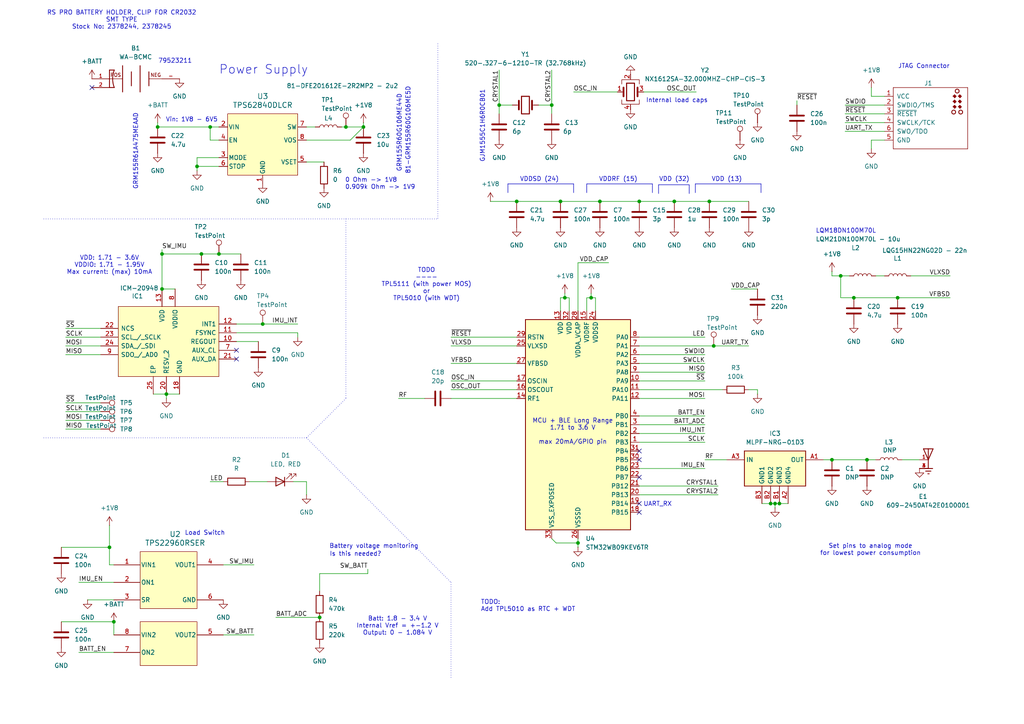
<source format=kicad_sch>
(kicad_sch (version 20231120) (generator "eeschema") (generator_version "8.0")
  (paper "A4")
  (title_block (title "Plant Sensor V2") (date "2025-01-15") (rev "v1") (company "Dramco - KU Leuven"))
  (junction (at 46.99 73.66))
  (junction (at 144.78 30.48))
  (junction (at 247.65 86.36))
  (junction (at 31.75 158.75))
  (junction (at 207.01 100.33))
  (junction (at 57.15 48.26))
  (junction (at 223.52 146.05))
  (junction (at 173.99 58.42))
  (junction (at 149.86 58.42))
  (junction (at 224.79 146.05))
  (junction (at 167.64 157.48))
  (junction (at 171.45 86.36))
  (junction (at 251.46 133.35))
  (junction (at 60.96 36.83))
  (junction (at 160.02 30.48))
  (junction (at 46.99 83.82))
  (junction (at 92.71 179.07))
  (junction (at 243.84 80.01))
  (junction (at 241.3 133.35))
  (junction (at 185.42 58.42))
  (junction (at 226.06 146.05))
  (junction (at 33.02 180.34))
  (junction (at 205.74 58.42))
  (junction (at 260.35 86.36))
  (junction (at 63.5 73.66))
  (junction (at 163.83 86.36))
  (junction (at 195.58 58.42))
  (junction (at 76.2 93.98))
  (junction (at 45.72 36.83))
  (junction (at 162.56 58.42))
  (junction (at 105.41 36.83))
  (junction (at 58.42 73.66))
  (junction (at 48.26 114.3))
  (junction (at 100.33 36.83))
  (no_connect (at 26.67 25.4))
  (no_connect (at 185.42 138.43))
  (no_connect (at 185.42 146.05))
  (no_connect (at 185.42 130.81))
  (no_connect (at 68.58 104.14))
  (no_connect (at 68.58 101.6))
  (no_connect (at 185.42 148.59))
  (no_connect (at 185.42 133.35))
  (wire (pts (xy 204.47 133.35) (xy 210.82 133.35)))
  (wire (pts (xy 204.47 107.95) (xy 185.42 107.95)))
  (wire (pts (xy 238.76 133.35) (xy 241.3 133.35)))
  (wire (pts (xy 185.42 100.33) (xy 207.01 100.33)))
  (wire (pts (xy 165.1 86.36) (xy 165.1 90.17)))
  (wire (pts (xy 76.2 93.98) (xy 86.36 93.98)))
  (wire (pts (xy 245.11 35.56) (xy 256.54 35.56)))
  (wire (pts (xy 252.73 40.64) (xy 256.54 40.64)))
  (wire (pts (xy 19.05 97.79) (xy 29.21 97.79)))
  (wire (pts (xy 224.79 146.05) (xy 224.79 147.32)))
  (wire (pts (xy 167.64 157.48) (xy 167.64 156.21)))
  (wire (pts (xy 185.42 58.42) (xy 195.58 58.42)))
  (wire (pts (xy 48.26 114.3) (xy 44.45 114.3)))
  (wire (pts (xy 195.58 58.42) (xy 205.74 58.42)))
  (wire (pts (xy 160.02 156.21) (xy 161.29 157.48)))
  (wire (pts (xy 31.75 152.4) (xy 31.75 158.75)))
  (polyline (pts (xy 100.33 115.57) (xy 88.9 127)) (stroke (width 0) (type dot)))
  (wire (pts (xy 149.86 58.42) (xy 162.56 58.42)))
  (wire (pts (xy 60.96 36.83) (xy 63.5 36.83)))
  (wire (pts (xy 254 80.01) (xy 256.54 80.01)))
  (wire (pts (xy 88.9 40.64) (xy 101.6 40.64)))
  (polyline (pts (xy 147.32 53.34) (xy 166.37 53.34)))
  (wire (pts (xy 226.06 146.05) (xy 228.6 146.05)))
  (wire (pts (xy 172.72 86.36) (xy 172.72 90.17)))
  (wire (pts (xy 86.36 96.52) (xy 86.36 97.79)))
  (wire (pts (xy 245.11 33.02) (xy 256.54 33.02)))
  (wire (pts (xy 185.42 140.97) (xy 208.28 140.97)))
  (wire (pts (xy 185.42 97.79) (xy 204.47 97.79)))
  (wire (pts (xy 241.3 80.01) (xy 243.84 80.01)))
  (wire (pts (xy 99.06 36.83) (xy 100.33 36.83)))
  (wire (pts (xy 171.45 86.36) (xy 171.45 85.09)))
  (wire (pts (xy 19.05 124.46) (xy 29.21 124.46)))
  (wire (pts (xy 46.99 83.82) (xy 46.99 73.66)))
  (wire (pts (xy 46.99 72.39) (xy 46.99 73.66)))
  (wire (pts (xy 243.84 86.36) (xy 247.65 86.36)))
  (wire (pts (xy 88.9 46.99) (xy 93.98 46.99)))
  (wire (pts (xy 247.65 86.36) (xy 260.35 86.36)))
  (polyline (pts (xy 199.898 53.594) (xy 199.898 56.134)))
  (polyline (pts (xy 170.18 53.34) (xy 189.23 53.34)))
  (wire (pts (xy 163.83 85.09) (xy 163.83 86.36)))
  (wire (pts (xy 163.83 86.36) (xy 162.56 86.36)))
  (wire (pts (xy 80.01 179.07) (xy 92.71 179.07)))
  (wire (pts (xy 63.5 40.64) (xy 60.96 40.64)))
  (wire (pts (xy 68.58 93.98) (xy 76.2 93.98)))
  (wire (pts (xy 106.68 166.37) (xy 92.71 166.37)))
  (polyline (pts (xy 88.9 127) (xy 130.81 168.91)) (stroke (width 0) (type dot)))
  (wire (pts (xy 171.45 86.36) (xy 172.72 86.36)))
  (wire (pts (xy 231.14 30.48) (xy 231.14 29.21)))
  (wire (pts (xy 19.05 100.33) (xy 29.21 100.33)))
  (wire (pts (xy 260.35 86.36) (xy 275.59 86.36)))
  (polyline (pts (xy 166.37 53.34) (xy 166.37 55.88)))
  (wire (pts (xy 33.02 180.34) (xy 33.02 184.15)))
  (wire (pts (xy 60.96 36.83) (xy 60.96 40.64)))
  (wire (pts (xy 205.74 58.42) (xy 217.17 58.42)))
  (wire (pts (xy 60.96 139.7) (xy 64.77 139.7)))
  (wire (pts (xy 204.47 110.49) (xy 185.42 110.49)))
  (wire (pts (xy 185.42 143.51) (xy 208.28 143.51)))
  (wire (pts (xy 163.83 86.36) (xy 165.1 86.36)))
  (wire (pts (xy 57.15 48.26) (xy 57.15 45.72)))
  (polyline (pts (xy 100.33 63.5) (xy 100.33 115.57)) (stroke (width 0) (type dot)))
  (polyline (pts (xy 191.008 53.594) (xy 199.898 53.594)))
  (wire (pts (xy 105.41 35.56) (xy 105.41 36.83)))
  (wire (pts (xy 166.37 26.67) (xy 179.07 26.67)))
  (wire (pts (xy 19.05 121.92) (xy 29.21 121.92)))
  (wire (pts (xy 162.56 86.36) (xy 162.56 90.17)))
  (wire (pts (xy 148.59 30.48) (xy 144.78 30.48)))
  (wire (pts (xy 57.15 48.26) (xy 63.5 48.26)))
  (wire (pts (xy 88.9 36.83) (xy 91.44 36.83)))
  (wire (pts (xy 57.15 49.53) (xy 57.15 48.26)))
  (wire (pts (xy 68.58 96.52) (xy 86.36 96.52)))
  (wire (pts (xy 160.02 20.32) (xy 160.02 30.48)))
  (wire (pts (xy 204.47 128.27) (xy 185.42 128.27)))
  (wire (pts (xy 19.05 95.25) (xy 29.21 95.25)))
  (wire (pts (xy 149.86 110.49) (xy 130.81 110.49)))
  (wire (pts (xy 209.55 113.03) (xy 185.42 113.03)))
  (wire (pts (xy 207.01 100.33) (xy 217.17 100.33)))
  (wire (pts (xy 130.81 97.79) (xy 149.86 97.79)))
  (polyline (pts (xy 201.676 53.34) (xy 201.676 55.88)))
  (wire (pts (xy 19.05 116.84) (xy 29.21 116.84)))
  (wire (pts (xy 31.75 158.75) (xy 31.75 163.83)))
  (polyline (pts (xy 147.32 53.34) (xy 147.32 55.88)))
  (wire (pts (xy 46.99 83.82) (xy 50.8 83.82)))
  (wire (pts (xy 160.02 30.48) (xy 160.02 33.02)))
  (wire (pts (xy 58.42 73.66) (xy 63.5 73.66)))
  (wire (pts (xy 266.7 133.35) (xy 261.62 133.35)))
  (wire (pts (xy 130.81 115.57) (xy 149.86 115.57)))
  (wire (pts (xy 72.39 139.7) (xy 77.47 139.7)))
  (wire (pts (xy 256.54 27.94) (xy 252.73 27.94)))
  (wire (pts (xy 142.24 58.42) (xy 149.86 58.42)))
  (wire (pts (xy 19.05 119.38) (xy 29.21 119.38)))
  (wire (pts (xy 100.33 36.83) (xy 105.41 36.83)))
  (wire (pts (xy 264.16 80.01) (xy 275.59 80.01)))
  (polyline (pts (xy 12.7 63.5) (xy 127 63.5)) (stroke (width 0) (type dot)))
  (wire (pts (xy 185.42 135.89) (xy 204.47 135.89)))
  (wire (pts (xy 63.5 73.66) (xy 69.85 73.66)))
  (wire (pts (xy 219.71 113.03) (xy 217.17 113.03)))
  (wire (pts (xy 170.18 90.17) (xy 170.18 86.36)))
  (wire (pts (xy 130.81 100.33) (xy 149.86 100.33)))
  (wire (pts (xy 31.75 163.83) (xy 33.02 163.83)))
  (wire (pts (xy 245.11 30.48) (xy 256.54 30.48)))
  (wire (pts (xy 220.98 146.05) (xy 223.52 146.05)))
  (wire (pts (xy 17.78 180.34) (xy 33.02 180.34)))
  (wire (pts (xy 185.42 105.41) (xy 204.47 105.41)))
  (wire (pts (xy 115.57 115.57) (xy 123.19 115.57)))
  (wire (pts (xy 185.42 115.57) (xy 204.47 115.57)))
  (wire (pts (xy 85.09 139.7) (xy 88.9 139.7)))
  (wire (pts (xy 173.99 58.42) (xy 185.42 58.42)))
  (wire (pts (xy 245.11 38.1) (xy 256.54 38.1)))
  (wire (pts (xy 185.42 120.65) (xy 204.47 120.65)))
  (wire (pts (xy 130.81 113.03) (xy 149.86 113.03)))
  (wire (pts (xy 185.42 102.87) (xy 204.47 102.87)))
  (wire (pts (xy 45.72 36.83) (xy 60.96 36.83)))
  (wire (pts (xy 25.4 173.99) (xy 33.02 173.99)))
  (wire (pts (xy 251.46 133.35) (xy 254 133.35)))
  (wire (pts (xy 46.99 73.66) (xy 58.42 73.66)))
  (polyline (pts (xy 201.676 53.34) (xy 220.726 53.34)))
  (wire (pts (xy 88.9 139.7) (xy 88.9 143.51)))
  (wire (pts (xy 45.72 35.56) (xy 45.72 36.83)))
  (wire (pts (xy 74.93 99.06) (xy 68.58 99.06)))
  (wire (pts (xy 219.71 114.3) (xy 219.71 113.03)))
  (wire (pts (xy 106.68 165.1) (xy 106.68 166.37)))
  (wire (pts (xy 22.86 168.91) (xy 33.02 168.91)))
  (wire (pts (xy 101.6 40.64) (xy 105.41 36.83)))
  (wire (pts (xy 144.78 30.48) (xy 144.78 33.02)))
  (wire (pts (xy 130.81 105.41) (xy 149.86 105.41)))
  (wire (pts (xy 243.84 80.01) (xy 243.84 86.36)))
  (wire (pts (xy 176.53 76.2) (xy 167.64 76.2)))
  (polyline (pts (xy 127 12.7) (xy 127 63.5)) (stroke (width 0) (type dot)))
  (polyline (pts (xy 170.18 53.34) (xy 170.18 55.88)))
  (wire (pts (xy 144.78 20.32) (xy 144.78 30.48)))
  (wire (pts (xy 252.73 43.18) (xy 252.73 40.64)))
  (wire (pts (xy 57.15 45.72) (xy 63.5 45.72)))
  (wire (pts (xy 224.79 146.05) (xy 226.06 146.05)))
  (wire (pts (xy 64.77 184.15) (xy 73.66 184.15)))
  (wire (pts (xy 48.26 115.57) (xy 48.26 114.3)))
  (polyline (pts (xy 220.726 53.34) (xy 220.726 55.88)))
  (wire (pts (xy 17.78 158.75) (xy 31.75 158.75)))
  (wire (pts (xy 212.09 83.82) (xy 219.71 83.82)))
  (polyline (pts (xy 12.7 127) (xy 88.9 127)) (stroke (width 0) (type dot)))
  (wire (pts (xy 167.64 76.2) (xy 167.64 90.17)))
  (wire (pts (xy 22.86 189.23) (xy 33.02 189.23)))
  (wire (pts (xy 171.45 86.36) (xy 170.18 86.36)))
  (polyline (pts (xy 191.008 53.594) (xy 191.008 56.134)))
  (wire (pts (xy 252.73 25.4) (xy 252.73 27.94)))
  (wire (pts (xy 243.84 80.01) (xy 246.38 80.01)))
  (polyline (pts (xy 189.23 53.34) (xy 189.23 55.88)))
  (wire (pts (xy 156.21 30.48) (xy 160.02 30.48)))
  (polyline (pts (xy 130.81 168.91) (xy 130.81 196.85)) (stroke (width 0) (type dot)))
  (wire (pts (xy 161.29 157.48) (xy 167.64 157.48)))
  (wire (pts (xy 241.3 133.35) (xy 251.46 133.35)))
  (wire (pts (xy 167.64 158.75) (xy 167.64 157.48)))
  (wire (pts (xy 19.05 102.87) (xy 29.21 102.87)))
  (wire (pts (xy 241.3 78.74) (xy 241.3 80.01)))
  (wire (pts (xy 185.42 125.73) (xy 204.47 125.73)))
  (wire (pts (xy 73.66 163.83) (xy 64.77 163.83)))
  (wire (pts (xy 186.69 26.67) (xy 201.93 26.67)))
  (wire (pts (xy 223.52 146.05) (xy 224.79 146.05)))
  (wire (pts (xy 92.71 166.37) (xy 92.71 171.45)))
  (wire (pts (xy 162.56 58.42) (xy 173.99 58.42)))
  (wire (pts (xy 185.42 123.19) (xy 204.47 123.19)))
  (wire (pts (xy 48.26 114.3) (xy 52.07 114.3)))
  (text "UART_RX" (at 190.754 146.304 0) (effects (font (size 1.27 1.27))))
  (text "MCU + BLE Long Range\n1.71 to 3.6 V\n\nmax 20mA/GPIO pin" (at 166.116 125.222 0) (effects (font (size 1.27 1.27))))
  (text "79523211" (at 50.8 17.78 0) (effects (font (size 1.27 1.27))))
  (text "Vin: 1V8 - 6V5" (at 55.626 34.798 0) (effects (font (size 1.27 1.27))))
  (text "Internal load caps" (at 196.342 29.21 0) (effects (font (size 1.27 1.27))))
  (text "GRM155R60G106ME44D" (at 115.824 38.608 90) (effects (font (size 1.27 1.27))))
  (text "Power Supply" (at 76.454 20.32 0) (effects (font (size 2.54 2.54))))
  (text "RS PRO BATTERY HOLDER, CLIP FOR CR2032\nSMT TYPE\nStock No: 2378244, 2378245" (at 35.306 5.842 0) (effects (font (size 1.27 1.27))))
  (text "GRM155R61A475MEAAD" (at 39.37 43.942 90) (effects (font (size 1.27 1.27))))
  (text "VDD (32)" (at 195.58 52.07 0) (effects (font (size 1.27 1.27))))
  (text "Battery voltage monitoring" (at 108.458 158.496 0) (effects (font (size 1.27 1.27))))
  (text "JTAG Connector" (at 267.97 19.304 0) (effects (font (size 1.27 1.27))))
  (text "Load Switch" (at 59.436 154.686 0) (effects (font (size 1.27 1.27))))
  (text "Is this needed?" (at 103.124 160.782 0) (effects (font (size 1.27 1.27))))
  (text "LQM18DN100M70L" (at 245.364 67.056 0) (effects (font (size 1.27 1.27))))
  (text "Set pins to analog mode\nfor lowest power consumption" (at 252.476 159.512 0) (effects (font (size 1.27 1.27))))
  (text "VDD: 1.71 - 3.6V\nVDDIO: 1.71 - 1.95V\nMax current: (max) 10mA" (at 31.75 76.962 0) (effects (font (size 1.27 1.27))))
  (text "VDD (13)" (at 210.82 52.07 0) (effects (font (size 1.27 1.27))))
  (text "Batt: 1.8 - 3.4 V\nInternal Vref = +-1.2 V\nOutput: 0 - 1.084 V" (at 115.316 181.61 0) (effects (font (size 1.27 1.27))))
  (text "0 Ohm -> 1V8\n0.909k Ohm -> 1V9" (at 100.076 53.34 0) (effects (font (size 1.27 1.27)) (justify left)))
  (text "VDDSD (24)" (at 156.464 52.07 0) (effects (font (size 1.27 1.27))))
  (text "TODO\n----\nTPL5111 (with power MOS)\nor\nTPL5010 (with WDT)" (at 123.698 82.55 0) (effects (font (size 1.27 1.27))))
  (text "TODO:\nAdd TPL5010 as RTC + WDT\n" (at 139.446 175.768 0) (effects (font (size 1.27 1.27)) (justify left)))
  (text "VDDRF (15)" (at 179.324 52.07 0) (effects (font (size 1.27 1.27))))
  (text "81-GRM155R60G106ME5D" (at 118.364 37.846 90) (effects (font (size 1.27 1.27))))
  (text "GJM1555C1H6R0CB01" (at 139.954 36.576 90) (effects (font (size 1.27 1.27))))
  (label "UART_TX" (at 245.11 38.1 0))
  (label "CRYSTAL1" (at 208.28 140.97 180))
  (label "BATT_EN" (at 22.86 189.23 0))
  (label "SW_IMU" (at 46.99 72.39 0))
  (label "SW_BATT" (at 106.68 165.1 180))
  (label "CRYSTAL2" (at 160.02 20.32 270))
  (label "~{RESET}" (at 130.81 97.79 0))
  (label "LED" (at 204.47 97.79 180))
  (label "OSC_OUT" (at 130.81 113.03 0))
  (label "IMU_INT" (at 86.36 93.98 180))
  (label "SWCLK" (at 204.47 105.41 180))
  (label "VDD_CAP" (at 176.53 76.2 180))
  (label "~{RESET}" (at 245.11 33.02 0))
  (label "MOSI" (at 19.05 121.92 0))
  (label "RF" (at 115.57 115.57 0))
  (label "SW_IMU" (at 73.66 163.83 180))
  (label "IMU_EN" (at 204.47 135.89 180))
  (label "SWDIO" (at 204.47 102.87 180))
  (label "UART_TX" (at 217.17 100.33 180))
  (label "BATT_ADC" (at 80.01 179.07 0))
  (label "~{RESET}" (at 231.14 29.21 0))
  (label "IMU_INT" (at 204.47 125.73 180))
  (label "SCLK" (at 19.05 97.79 0))
  (label "LED" (at 60.96 139.7 0))
  (label "SWDIO" (at 245.11 30.48 0))
  (label "SWCLK" (at 245.11 35.56 0))
  (label "~{SS}" (at 19.05 116.84 0))
  (label "OSC_OUT" (at 201.93 26.67 180))
  (label "VDD_CAP" (at 212.09 83.82 0))
  (label "MISO" (at 19.05 102.87 0))
  (label "BATT_ADC" (at 204.47 123.19 180))
  (label "BATT_EN" (at 204.47 120.65 180))
  (label "MISO" (at 19.05 124.46 0))
  (label "OSC_IN" (at 166.37 26.67 0))
  (label "~{SS}" (at 19.05 95.25 0))
  (label "VFBSD" (at 130.81 105.41 0))
  (label "IMU_EN" (at 22.86 168.91 0))
  (label "MISO" (at 204.47 107.95 180))
  (label "VLXSD" (at 130.81 100.33 0))
  (label "~{SS}" (at 204.47 110.49 180))
  (label "VFBSD" (at 275.59 86.36 180))
  (label "CRYSTAL2" (at 208.28 143.51 180))
  (label "SCLK" (at 19.05 119.38 0))
  (label "OSC_IN" (at 130.81 110.49 0))
  (label "SCLK" (at 204.47 128.27 180))
  (label "SW_BATT" (at 73.66 184.15 180))
  (label "CRYSTAL1" (at 144.78 20.32 270))
  (label "VLXSD" (at 275.59 80.01 180))
  (label "MOSI" (at 19.05 100.33 0))
  (label "MOSI" (at 204.47 115.57 180))
  (label "RF" (at 204.47 133.35 0))
  (symbol (lib_id "power:GND") (at 17.78 187.96 0) (unit 1)
    (property "Reference" "#PWR047" (effects (hide yes)))
    (property "Value" "GND" (at 17.78 193.04 0))
    (property "Description" "Power symbol creates a global label with name \"GND\" , ground" (effects (hide yes)))
  )
  (symbol (lib_id "power:GND") (at 195.58 66.04 0) (unit 1)
    (property "Reference" "#PWR056" (effects (hide yes)))
    (property "Value" "GND" (at 195.58 71.12 0))
    (property "Description" "Power symbol creates a global label with name \"GND\" , ground" (effects (hide yes)))
  )
  (symbol (lib_id "Device:C") (at 58.42 77.47 0) (unit 1)
    (property "Reference" "C10" (at 62.23 76.1999 0) (effects (justify left)))
    (property "Value" "100n" (at 62.23 78.7399 0) (effects (justify left)))
    (property "Footprint" "Capacitor_SMD:C_0402_1005Metric" (effects (hide yes)))
    (property "Description" "Unpolarized capacitor" (effects (hide yes)))
  )
  (symbol (lib_id "power:GND") (at 219.71 114.3 0) (unit 1)
    (property "Reference" "#PWR09" (effects (hide yes)))
    (property "Value" "GND" (at 219.71 119.38 0))
    (property "Description" "Power symbol creates a global label with name \"GND\" , ground" (effects (hide yes)))
  )
  (symbol (lib_id "Device:C") (at 173.99 62.23 0) (unit 1)
    (property "Reference" "C7" (at 177.8 60.9599 0) (effects (justify left)))
    (property "Value" "100n" (at 177.8 63.4999 0) (effects (justify left)))
    (property "Footprint" "Capacitor_SMD:C_0402_1005Metric" (effects (hide yes)))
    (property "Description" "Unpolarized capacitor" (effects (hide yes)))
  )
  (symbol (lib_id "Device:C") (at 74.93 102.87 0) (unit 1)
    (property "Reference" "C9" (at 78.74 101.5999 0) (effects (justify left)))
    (property "Value" "100n" (at 78.74 104.1399 0) (effects (justify left)))
    (property "Footprint" "Capacitor_SMD:C_0402_1005Metric" (effects (hide yes)))
    (property "Description" "Unpolarized capacitor" (effects (hide yes)))
  )
  (symbol (lib_id "Device:C") (at 69.85 77.47 0) (unit 1)
    (property "Reference" "C11" (at 73.66 76.1999 0) (effects (justify left)))
    (property "Value" "100n" (at 73.66 78.7399 0) (effects (justify left)))
    (property "Footprint" "Capacitor_SMD:C_0402_1005Metric" (effects (hide yes)))
    (property "Description" "Unpolarized capacitor" (effects (hide yes)))
  )
  (symbol (lib_id "Device:C") (at 149.86 62.23 0) (unit 1)
    (property "Reference" "C21" (at 153.67 60.9599 0) (effects (justify left)))
    (property "Value" "4.7u" (at 153.67 63.4999 0) (effects (justify left)))
    (property "Footprint" "Capacitor_SMD:C_0402_1005Metric" (effects (hide yes)))
    (property "Description" "Unpolarized capacitor" (effects (hide yes)))
  )
  (symbol (lib_id "Device:C") (at 205.74 62.23 0) (unit 1)
    (property "Reference" "C29" (at 209.55 60.9599 0) (effects (justify left)))
    (property "Value" "100n" (at 209.55 63.4999 0) (effects (justify left)))
    (property "Footprint" "Capacitor_SMD:C_0402_1005Metric" (effects (hide yes)))
    (property "Description" "Unpolarized capacitor" (effects (hide yes)))
  )
  (symbol (lib_id "2450AT42E0100E:2450AT42E0100E") (at 269.24 133.35 0) (unit 1)
    (property "Reference" "E1" (at 266.446 144.018 0) (effects (justify left)))
    (property "Value" "609-2450AT42E0100001" (at 257.048 146.558 0) (effects (justify left)))
    (property "Footprint" "Antenna:XDCR_2450AT42E0100E" (effects (hide yes)))
    (property "Datasheet" "https://www.mouser.be/datasheet/2/611/2450AT42E0100-1519638.pdf" (effects (hide yes)))
    (property "SnapEDA_Link" "https://www.snapeda.com/parts/2450AT42E0100E/Johanson/view-part/?ref=snap" (effects (hide yes)))
    (property "MAXIMUM_PACKAGE_HEIGHT" "1.7 mm" (effects (hide yes)))
    (property "Package" "FBGA-780 Johanson" (effects (hide yes)))
    (property "Check_prices" "https://www.snapeda.com/parts/2450AT42E0100E/Johanson/view-part/?ref=eda" (effects (hide yes)))
    (property "STANDARD" "Manufacturer Recommendation" (effects (hide yes)))
    (property "PARTREV" "1.3" (effects (hide yes)))
    (property "MF" "Johanson Technology" (effects (hide yes)))
    (property "MP" "2450AT42E0100E" (effects (hide yes)))
    (property "Description_1" "\n                        \n                            2.4GHz Bluetooth, WLAN, Zigbee™ Chip RF Antenna 2.4GHz ~ 2.48GHz -2dBi Solder Surface Mount\n                        \n" (effects (hide yes)))
    (property "MANUFACTURER" "Johanson Technology" (effects (hide yes)))
  )
  (symbol (lib_id "power:GND") (at 74.93 106.68 0) (unit 1)
    (property "Reference" "#PWR05" (effects (hide yes)))
    (property "Value" "GND" (at 74.93 111.76 0))
    (property "Description" "Power symbol creates a global label with name \"GND\" , ground" (effects (hide yes)))
  )
  (symbol (lib_id "Device:C") (at 195.58 62.23 0) (unit 1)
    (property "Reference" "C28" (at 199.39 60.9599 0) (effects (justify left)))
    (property "Value" "1u" (at 199.39 63.4999 0) (effects (justify left)))
    (property "Footprint" "Capacitor_SMD:C_0402_1005Metric" (effects (hide yes)))
    (property "Description" "Unpolarized capacitor" (effects (hide yes)))
  )
  (symbol (lib_id "Device:L") (at 260.35 80.01 90) (unit 1)
    (property "Reference" "L1" (at 260.35 74.93 90))
    (property "Value" "LQG15HN22NG02D - 22n" (at 268.224 72.644 90))
    (property "Footprint" "Inductor_SMD:L_0402_1005Metric" (effects (hide yes)))
    (property "Description" "Inductor" (effects (hide yes)))
  )
  (symbol (lib_id "Device:L") (at 95.25 36.83 90) (unit 1)
    (property "Reference" "L4" (at 95.25 34.29 90))
    (property "Value" "81-DFE201612E-2R2MP2 - 2u2" (at 99.314 24.892 90))
    (property "Footprint" "Inductor_SMD:L_Murata_DFE201610P" (effects (hide yes)))
  )
  (symbol (lib_id "power:GND") (at 149.86 66.04 0) (unit 1)
    (property "Reference" "#PWR052" (effects (hide yes)))
    (property "Value" "GND" (at 149.86 71.12 0))
    (property "Description" "Power symbol creates a global label with name \"GND\" , ground" (effects (hide yes)))
  )
  (symbol (lib_id "Device:C") (at 217.17 62.23 0) (unit 1)
    (property "Reference" "C30" (at 220.98 60.9599 0) (effects (justify left)))
    (property "Value" "3p" (at 220.98 63.4999 0) (effects (justify left)))
    (property "Footprint" "Capacitor_SMD:C_0201_0603Metric" (effects (hide yes)))
    (property "Description" "Unpolarized capacitor" (effects (hide yes)))
  )
  (symbol (lib_id "Device:R") (at 93.98 50.8 0) (unit 1)
    (property "Reference" "R6" (at 96.52 49.5299 0) (effects (justify left)))
    (property "Value" "0" (at 96.52 52.0699 0) (effects (justify left)))
    (property "Footprint" "Resistor_SMD:R_0402_1005Metric" (effects (hide yes)))
    (property "Description" "Resistor" (effects (hide yes)))
  )
  (symbol (lib_id "Connector:TestPoint") (at 29.21 116.84 270) (unit 1)
    (property "Reference" "TP5" (at 34.798 116.84 90) (effects (justify left)))
    (property "Value" "TestPoint" (at 24.638 115.316 90) (effects (justify left)))
    (property "Footprint" "TestPoint:TestPoint_Pad_D1.0mm" (effects (hide yes)))
    (property "Description" "test point" (effects (hide yes)))
  )
  (symbol (lib_id "power:GND") (at 86.36 97.79 0) (unit 1)
    (property "Reference" "#PWR017" (effects (hide yes)))
    (property "Value" "GND" (at 86.36 102.87 0))
    (property "Description" "Power symbol creates a global label with name \"GND\" , ground" (effects (hide yes)))
  )
  (symbol (lib_id "power:GND") (at 247.65 93.98 0) (unit 1)
    (property "Reference" "#PWR050" (effects (hide yes)))
    (property "Value" "GND" (at 247.65 99.06 0))
    (property "Description" "Power symbol creates a global label with name \"GND\" , ground" (effects (hide yes)))
  )
  (symbol (lib_id "power:GND") (at 57.15 49.53 0) (unit 1)
    (property "Reference" "#PWR041" (effects (hide yes)))
    (property "Value" "GND" (at 57.15 54.61 0))
    (property "Description" "Power symbol creates a global label with name \"GND\" , ground" (effects (hide yes)))
  )
  (symbol (lib_id "power:+BATT") (at 33.02 180.34 0) (unit 1)
    (property "Reference" "#PWR033" (effects (hide yes)))
    (property "Value" "+BATT" (at 33.02 175.26 0))
    (property "Description" "Power symbol creates a global label with name \"+BATT\"" (effects (hide yes)))
  )
  (symbol (lib_id "power:GND") (at 252.73 43.18 0) (unit 1)
    (property "Reference" "#PWR025" (effects (hide yes)))
    (property "Value" "GND" (at 252.73 48.26 0))
    (property "Description" "Power symbol creates a global label with name \"GND\" , ground" (effects (hide yes)))
  )
  (symbol (lib_id "Device:C") (at 45.72 40.64 0) (unit 1)
    (property "Reference" "C22" (at 49.53 39.3699 0) (effects (justify left)))
    (property "Value" "4.7u" (at 49.53 41.9099 0) (effects (justify left)))
    (property "Footprint" "Capacitor_SMD:C_0402_1005Metric" (effects (hide yes)))
    (property "Description" "Unpolarized capacitor" (effects (hide yes)))
  )
  (symbol (lib_id "power:GND") (at 17.78 166.37 0) (unit 1)
    (property "Reference" "#PWR046" (effects (hide yes)))
    (property "Value" "GND" (at 17.78 171.45 0))
    (property "Description" "Power symbol creates a global label with name \"GND\" , ground" (effects (hide yes)))
  )
  (symbol (lib_id "Device:R") (at 68.58 139.7 90) (unit 1)
    (property "Reference" "R2" (at 68.58 133.35 90))
    (property "Value" "R" (at 68.58 135.89 90))
    (property "Footprint" "Resistor_SMD:R_0402_1005Metric" (effects (hide yes)))
    (property "Description" "Resistor" (effects (hide yes)))
  )
  (symbol (lib_id "power:GND") (at 205.74 66.04 0) (unit 1)
    (property "Reference" "#PWR059" (effects (hide yes)))
    (property "Value" "GND" (at 205.74 71.12 0))
    (property "Description" "Power symbol creates a global label with name \"GND\" , ground" (effects (hide yes)))
  )
  (symbol (lib_id "TPS22960:TPS22960RSER") (at 55.88 173.99 0) (unit 1)
    (property "Reference" "U2" (at 50.8 154.94 0) (effects (font (size 1.524 1.524))))
    (property "Value" "TPS22960RSER" (at 50.8 157.48 0) (effects (font (size 1.524 1.524))))
    (property "Footprint" "TPS22960:RSE0008A" (effects (hide yes)))
    (property "Datasheet" "https://www.ti.com/lit/ds/symlink/tps22960.pdf?ts=1737022639689" (effects (hide yes)))
  )
  (symbol (lib_id "power:GND") (at 219.71 91.44 0) (unit 1)
    (property "Reference" "#PWR062" (effects (hide yes)))
    (property "Value" "GND" (at 219.71 96.52 0))
    (property "Description" "Power symbol creates a global label with name \"GND\" , ground" (effects (hide yes)))
  )
  (symbol (lib_id "power:GND") (at 266.7 135.89 0) (unit 1)
    (property "Reference" "#PWR014" (effects (hide yes)))
    (property "Value" "GND" (at 266.7 140.97 0))
    (property "Description" "Power symbol creates a global label with name \"GND\" , ground" (effects (hide yes)))
  )
  (symbol (lib_id "MCU_ST_STM32WB:STM32WB09KEVx") (at 167.64 123.19 0) (unit 1)
    (property "Reference" "U4" (at 169.8341 156.21 0) (effects (justify left)))
    (property "Value" "STM32WB09KEV6TR" (at 169.8341 158.75 0) (effects (justify left)))
    (property "Footprint" "Package_DFN_QFN:QFN-32-1EP_5x5mm_P0.5mm_EP3.7x3.7mm" (effects (hide yes)))
    (property "Datasheet" "https://www.st.com/resource/en/datasheet/stm32wb09ke.pdf" (effects (hide yes)))
    (property "Description" "STMicroelectronics Arm Cortex-M0+ MCU, 512KB flash, 64KB RAM, 20 GPIO, VFQFPN32" (effects (hide yes)))
  )
  (symbol (lib_id "power:GND") (at 260.35 93.98 0) (unit 1)
    (property "Reference" "#PWR044" (effects (hide yes)))
    (property "Value" "GND" (at 260.35 99.06 0))
    (property "Description" "Power symbol creates a global label with name \"GND\" , ground" (effects (hide yes)))
  )
  (symbol (lib_id "Device:C") (at 17.78 184.15 0) (unit 1)
    (property "Reference" "C25" (at 21.59 182.8799 0) (effects (justify left)))
    (property "Value" "100n" (at 21.59 185.4199 0) (effects (justify left)))
    (property "Footprint" "Capacitor_SMD:C_0402_1005Metric" (effects (hide yes)))
    (property "Description" "Unpolarized capacitor" (effects (hide yes)))
  )
  (symbol (lib_id "Device:C") (at 219.71 87.63 0) (unit 1)
    (property "Reference" "C31" (at 223.52 86.3599 0) (effects (justify left)))
    (property "Value" "220n" (at 223.52 88.8999 0) (effects (justify left)))
    (property "Footprint" "Capacitor_SMD:C_0402_1005Metric" (effects (hide yes)))
    (property "Description" "Unpolarized capacitor" (effects (hide yes)))
  )
  (symbol (lib_id "power:GND") (at 93.98 54.61 0) (unit 1)
    (property "Reference" "#PWR030" (effects (hide yes)))
    (property "Value" "GND" (at 93.98 59.69 0))
    (property "Description" "Power symbol creates a global label with name \"GND\" , ground" (effects (hide yes)))
  )
  (symbol (lib_id "Device:C") (at 160.02 36.83 0) (unit 1)
    (property "Reference" "C13" (at 163.83 35.5599 0) (effects (justify left)))
    (property "Value" "6p" (at 165.862 38.1 0) (effects (justify right)))
    (property "Footprint" "Capacitor_SMD:C_0402_1005Metric" (effects (hide yes)))
    (property "Description" "Unpolarized capacitor" (effects (hide yes)))
  )
  (symbol (lib_id "power:GND") (at 231.14 38.1 0) (unit 1)
    (property "Reference" "#PWR015" (effects (hide yes)))
    (property "Value" "GND" (at 231.14 43.18 0))
    (property "Description" "Power symbol creates a global label with name \"GND\" , ground" (effects (hide yes)))
  )
  (symbol (lib_id "Connector:TestPoint") (at 29.21 124.46 270) (unit 1)
    (property "Reference" "TP8" (at 34.798 124.46 90) (effects (justify left)))
    (property "Value" "TestPoint" (at 24.892 123.444 90) (effects (justify left)))
    (property "Footprint" "TestPoint:TestPoint_Pad_D1.0mm" (effects (hide yes)))
    (property "Description" "test point" (effects (hide yes)))
  )
  (symbol (lib_id "Device:C") (at 247.65 90.17 0) (unit 1)
    (property "Reference" "C20" (at 251.46 88.8999 0) (effects (justify left)))
    (property "Value" "4.7u" (at 251.46 91.4399 0) (effects (justify left)))
    (property "Footprint" "Capacitor_SMD:C_0402_1005Metric" (effects (hide yes)))
    (property "Description" "Unpolarized capacitor" (effects (hide yes)))
  )
  (symbol (lib_id "Device:L") (at 250.19 80.01 90) (unit 1)
    (property "Reference" "L2" (at 248.158 71.882 90))
    (property "Value" "LQM21DN100M70L - 10u" (at 248.92 69.342 90))
    (property "Footprint" "Inductor_SMD:L_0805_2012Metric" (effects (hide yes)))
    (property "Description" "Inductor" (effects (hide yes)))
  )
  (symbol (lib_id "power:GND") (at 251.46 140.97 0) (unit 1)
    (property "Reference" "#PWR012" (effects (hide yes)))
    (property "Value" "GND" (at 251.46 146.05 0))
    (property "Description" "Power symbol creates a global label with name \"GND\" , ground" (effects (hide yes)))
  )
  (symbol (lib_id "Device:R") (at 92.71 182.88 180) (unit 1)
    (property "Reference" "R5" (at 95.25 181.6099 0) (effects (justify right)))
    (property "Value" "220k" (at 95.25 184.1499 0) (effects (justify right)))
    (property "Footprint" "Resistor_SMD:R_0402_1005Metric" (effects (hide yes)))
    (property "Description" "Resistor" (effects (hide yes)))
  )
  (symbol (lib_id "Connector:TestPoint") (at 29.21 121.92 270) (unit 1)
    (property "Reference" "TP7" (at 34.798 121.92 90) (effects (justify left)))
    (property "Value" "TestPoint" (at 24.638 120.904 90) (effects (justify left)))
    (property "Footprint" "TestPoint:TestPoint_Pad_D1.0mm" (effects (hide yes)))
    (property "Description" "test point" (effects (hide yes)))
  )
  (symbol (lib_id "Device:L") (at 257.81 133.35 90) (unit 1)
    (property "Reference" "L3" (at 257.81 128.27 90))
    (property "Value" "DNP" (at 258.064 130.556 90))
    (property "Footprint" "Inductor_SMD:L_0402_1005Metric" (effects (hide yes)))
    (property "Description" "Inductor" (effects (hide yes)))
  )
  (symbol (lib_id "power:+1V8") (at 241.3 78.74 0) (unit 1)
    (property "Reference" "#PWR051" (effects (hide yes)))
    (property "Value" "+1V8" (at 241.3 73.66 0))
    (property "Description" "Power symbol creates a global label with name \"+1V8\"" (effects (hide yes)))
  )
  (symbol (lib_id "Connector:TestPoint") (at 76.2 93.98 0) (unit 1)
    (property "Reference" "TP4" (at 74.422 85.852 0) (effects (justify left)))
    (property "Value" "TestPoint" (at 74.422 88.392 0) (effects (justify left)))
    (property "Footprint" "TestPoint:TestPoint_Pad_D1.0mm" (effects (hide yes)))
    (property "Description" "test point" (effects (hide yes)))
  )
  (symbol (lib_id "power:+BATT") (at 45.72 35.56 0) (unit 1)
    (property "Reference" "#PWR040" (effects (hide yes)))
    (property "Value" "+BATT" (at 45.72 30.48 0))
    (property "Description" "Power symbol creates a global label with name \"+BATT\"" (effects (hide yes)))
  )
  (symbol (lib_id "power:GND") (at 52.07 22.86 0) (unit 1)
    (property "Reference" "#PWR048" (effects (hide yes)))
    (property "Value" "GND" (at 52.07 27.94 0))
    (property "Description" "Power symbol creates a global label with name \"GND\" , ground" (effects (hide yes)))
  )
  (symbol (lib_id "power:+BATT") (at 26.67 22.86 0) (unit 1)
    (property "Reference" "#PWR049" (effects (hide yes)))
    (property "Value" "+BATT" (at 26.67 17.78 0))
    (property "Description" "Power symbol creates a global label with name \"+BATT\"" (effects (hide yes)))
  )
  (symbol (lib_id "power:GND") (at 173.99 66.04 0) (unit 1)
    (property "Reference" "#PWR013" (effects (hide yes)))
    (property "Value" "GND" (at 173.99 71.12 0))
    (property "Description" "Power symbol creates a global label with name \"GND\" , ground" (effects (hide yes)))
  )
  (symbol (lib_id "Device:C") (at 241.3 137.16 0) (unit 1)
    (property "Reference" "C1" (at 245.11 135.8899 0) (effects (justify left)))
    (property "Value" "DNP" (at 245.11 138.4299 0) (effects (justify left)))
    (property "Footprint" "Capacitor_SMD:C_0402_1005Metric" (effects (hide yes)))
    (property "Description" "Unpolarized capacitor" (effects (hide yes)))
  )
  (symbol (lib_id "Device:C") (at 185.42 62.23 0) (unit 1)
    (property "Reference" "C15" (at 189.23 60.9599 0) (effects (justify left)))
    (property "Value" "3p" (at 189.23 63.4999 0) (effects (justify left)))
    (property "Footprint" "Capacitor_SMD:C_0201_0603Metric" (effects (hide yes)))
    (property "Description" "Unpolarized capacitor" (effects (hide yes)))
  )
  (symbol (lib_id "Connector:TestPoint") (at 207.01 100.33 0) (unit 1)
    (property "Reference" "TP9" (at 204.978 92.456 0) (effects (justify left)))
    (property "Value" "TestPoint" (at 204.978 94.996 0) (effects (justify left)))
    (property "Footprint" "TestPoint:TestPoint_Pad_D1.0mm" (effects (hide yes)))
    (property "Description" "test point" (effects (hide yes)))
  )
  (symbol (lib_id "power:GND") (at 45.72 44.45 0) (unit 1)
    (property "Reference" "#PWR038" (effects (hide yes)))
    (property "Value" "GND" (at 45.72 49.53 0))
    (property "Description" "Power symbol creates a global label with name \"GND\" , ground" (effects (hide yes)))
  )
  (symbol (lib_id "power:+1V8") (at 105.41 35.56 0) (unit 1)
    (property "Reference" "#PWR042" (effects (hide yes)))
    (property "Value" "+1V8" (at 105.41 30.48 0))
    (property "Description" "Power symbol creates a global label with name \"+1V8\"" (effects (hide yes)))
  )
  (symbol (lib_id "Connector:TestPoint") (at 100.33 36.83 0) (unit 1)
    (property "Reference" "TP1" (at 93.218 28.956 0) (effects (justify left)))
    (property "Value" "TestPoint" (at 93.218 31.496 0) (effects (justify left)))
    (property "Footprint" "TestPoint:TestPoint_Pad_D1.0mm" (effects (hide yes)))
    (property "Description" "test point" (effects (hide yes)))
  )
  (symbol (lib_id "power:GND") (at 76.2 53.34 0) (unit 1)
    (property "Reference" "#PWR037" (effects (hide yes)))
    (property "Value" "GND" (at 76.2 58.42 0))
    (property "Description" "Power symbol creates a global label with name \"GND\" , ground" (effects (hide yes)))
  )
  (symbol (lib_id "Device:C") (at 105.41 40.64 0) (unit 1)
    (property "Reference" "C23" (at 109.22 39.3699 0) (effects (justify left)))
    (property "Value" "10u" (at 109.22 41.9099 0) (effects (justify left)))
    (property "Footprint" "Capacitor_SMD:C_0402_1005Metric" (effects (hide yes)))
    (property "Description" "Unpolarized capacitor" (effects (hide yes)))
  )
  (symbol (lib_id "Device:C") (at 251.46 137.16 0) (unit 1)
    (property "Reference" "C2" (at 255.27 135.8899 0) (effects (justify left)))
    (property "Value" "DNP" (at 255.27 138.4299 0) (effects (justify left)))
    (property "Footprint" "Capacitor_SMD:C_0402_1005Metric" (effects (hide yes)))
    (property "Description" "Unpolarized capacitor" (effects (hide yes)))
  )
  (symbol (lib_id "Connector:TestPoint") (at 63.5 73.66 0) (unit 1)
    (property "Reference" "TP2" (at 56.388 65.786 0) (effects (justify left)))
    (property "Value" "TestPoint" (at 56.388 68.326 0) (effects (justify left)))
    (property "Footprint" "TestPoint:TestPoint_Pad_D1.0mm" (effects (hide yes)))
    (property "Description" "test point" (effects (hide yes)))
  )
  (symbol (lib_id "Connector:TestPoint") (at 219.71 35.56 0) (unit 1)
    (property "Reference" "TP10" (at 212.598 27.686 0) (effects (justify left)))
    (property "Value" "TestPoint" (at 212.598 30.226 0) (effects (justify left)))
    (property "Footprint" "TestPoint:TestPoint_Pad_D1.0mm" (effects (hide yes)))
    (property "Description" "test point" (effects (hide yes)))
  )
  (symbol (lib_id "Device:C") (at 127 115.57 90) (unit 1)
    (property "Reference" "C18" (at 127 107.95 90))
    (property "Value" "20p" (at 127 110.49 90))
    (property "Footprint" "Capacitor_SMD:C_0402_1005Metric" (effects (hide yes)))
    (property "Description" "Unpolarized capacitor" (effects (hide yes)))
  )
  (symbol (lib_id "power:GND") (at 92.71 186.69 0) (unit 1)
    (property "Reference" "#PWR032" (effects (hide yes)))
    (property "Value" "GND" (at 92.71 191.77 0))
    (property "Description" "Power symbol creates a global label with name \"GND\" , ground" (effects (hide yes)))
  )
  (symbol (lib_id "power:GND") (at 25.4 173.99 0) (unit 1)
    (property "Reference" "#PWR031" (effects (hide yes)))
    (property "Value" "GND" (at 25.4 179.07 0))
    (property "Description" "Power symbol creates a global label with name \"GND\" , ground" (effects (hide yes)))
  )
  (symbol (lib_id "power:GND") (at 144.78 40.64 0) (unit 1)
    (property "Reference" "#PWR010" (effects (hide yes)))
    (property "Value" "GND" (at 144.78 45.72 0))
    (property "Description" "Power symbol creates a global label with name \"GND\" , ground" (effects (hide yes)))
  )
  (symbol (lib_id "TPS62840:TPS62840DLCR") (at 58.42 38.1 0) (unit 1)
    (property "Reference" "U3" (at 76.2 27.94 0) (effects (font (size 1.524 1.524))))
    (property "Value" "TPS62840DLCR" (at 76.2 30.48 0) (effects (font (size 1.524 1.524))))
    (property "Footprint" "TPS62840:VSON8_2P1X1P6_TEX" (effects (hide yes)))
    (property "Datasheet" "https://www.ti.com/lit/ds/symlink/tps62840.pdf" (effects (hide yes)))
  )
  (symbol (lib_id "Device:R") (at 92.71 175.26 180) (unit 1)
    (property "Reference" "R4" (at 95.25 173.9899 0) (effects (justify right)))
    (property "Value" "470k" (at 95.25 176.5299 0) (effects (justify right)))
    (property "Footprint" "Resistor_SMD:R_0402_1005Metric" (effects (hide yes)))
    (property "Description" "Resistor" (effects (hide yes)))
  )
  (symbol (lib_id "power:GND") (at 224.79 147.32 0) (unit 1)
    (property "Reference" "#PWR020" (effects (hide yes)))
    (property "Value" "GND" (at 224.79 152.4 0))
    (property "Description" "Power symbol creates a global label with name \"GND\" , ground" (effects (hide yes)))
  )
  (symbol (lib_id "power:GND") (at 241.3 140.97 0) (unit 1)
    (property "Reference" "#PWR01" (effects (hide yes)))
    (property "Value" "GND" (at 241.3 146.05 0))
    (property "Description" "Power symbol creates a global label with name \"GND\" , ground" (effects (hide yes)))
  )
  (symbol (lib_id "power:GND") (at 58.42 81.28 0) (unit 1)
    (property "Reference" "#PWR06" (effects (hide yes)))
    (property "Value" "GND" (at 58.42 86.36 0))
    (property "Description" "Power symbol creates a global label with name \"GND\" , ground" (effects (hide yes)))
  )
  (symbol (lib_id "Device:Crystal") (at 152.4 30.48 0) (unit 1)
    (property "Reference" "Y1" (at 152.4 15.748 0))
    (property "Value" "520-.327-6-1210-TR (32.768kHz)" (at 152.4 18.288 0))
    (property "Footprint" "Crystal3:XTAL_ECS-.327-6-1210-TR" (effects (hide yes)))
    (property "Description" "Two pin crystal" (effects (hide yes)))
  )
  (symbol (lib_id "MLPF-NRG-01D3:MLPF-NRG-01D3") (at 210.82 133.35 0) (unit 1)
    (property "Reference" "IC3" (at 224.79 125.73 0))
    (property "Value" "MLPF-NRG-01D3" (at 224.79 128.27 0))
    (property "Footprint" "MLPF-NRG-01D3:MLPFNRG01D3" (effects (hide yes)))
    (property "Datasheet" "https://www.st.com/resource/en/datasheet/mlpf-nrg-01d3.pdf" (effects (hide yes)))
    (property "Description" "2.4 GHz Low Pass Filter matched to BLUENRG-LP-LPS (BLUENRG-3x5Vx, BLUENRG-3x5Ax, BLUENRG-332xx) in QFN & CSP packages" (effects (hide yes)))
    (property "Height" "0.68" (effects (hide yes)))
    (property "Mouser Part Number" "511-MLPF-NRG-01D3" (effects (hide yes)))
    (property "Mouser Price/Stock" "https://www.mouser.co.uk/ProductDetail/STMicroelectronics/MLPF-NRG-01D3?qs=T%252BzbugeAwjikYnc6oXMBiQ%3D%3D" (effects (hide yes)))
    (property "Manufacturer_Name" "STMicroelectronics" (effects (hide yes)))
    (property "Manufacturer_Part_Number" "MLPF-NRG-01D3" (effects (hide yes)))
  )
  (symbol (lib_id "power:+1V8") (at 142.24 58.42 0) (unit 1)
    (property "Reference" "#PWR057" (effects (hide yes)))
    (property "Value" "+1V8" (at 142.24 53.34 0))
    (property "Description" "Power symbol creates a global label with name \"+1V8\"" (effects (hide yes)))
  )
  (symbol (lib_id "Device:C") (at 260.35 90.17 0) (unit 1)
    (property "Reference" "C19" (at 264.16 88.8999 0) (effects (justify left)))
    (property "Value" "100n" (at 264.16 91.4399 0) (effects (justify left)))
    (property "Footprint" "Capacitor_SMD:C_0402_1005Metric" (effects (hide yes)))
    (property "Description" "Unpolarized capacitor" (effects (hide yes)))
  )
  (symbol (lib_id "Device:LED") (at 81.28 139.7 180) (unit 1)
    (property "Reference" "D1" (at 82.8675 132.08 0))
    (property "Value" "LED, RED" (at 82.8675 134.62 0))
    (property "Footprint" "LED_SMD:LED_0603_1608Metric" (effects (hide yes)))
    (property "Description" "Light emitting diode" (effects (hide yes)))
  )
  (symbol (lib_id "power:GND") (at 160.02 40.64 0) (unit 1)
    (property "Reference" "#PWR011" (effects (hide yes)))
    (property "Value" "GND" (at 160.02 45.72 0))
    (property "Description" "Power symbol creates a global label with name \"GND\" , ground" (effects (hide yes)))
  )
  (symbol (lib_id "Device:C") (at 17.78 162.56 0) (unit 1)
    (property "Reference" "C24" (at 21.59 161.2899 0) (effects (justify left)))
    (property "Value" "100n" (at 21.59 163.8299 0) (effects (justify left)))
    (property "Footprint" "Capacitor_SMD:C_0402_1005Metric" (effects (hide yes)))
    (property "Description" "Unpolarized capacitor" (effects (hide yes)))
  )
  (symbol (lib_id "Device:R") (at 213.36 113.03 90) (unit 1)
    (property "Reference" "R3" (at 213.36 106.68 90))
    (property "Value" "100k" (at 213.36 109.22 90))
    (property "Footprint" "Resistor_SMD:R_0402_1005Metric" (effects (hide yes)))
    (property "Description" "Resistor" (effects (hide yes)))
  )
  (symbol (lib_id "Connector:TestPoint") (at 214.63 40.64 0) (unit 1)
    (property "Reference" "TP11" (at 207.518 32.766 0) (effects (justify left)))
    (property "Value" "TestPoint" (at 207.518 35.306 0) (effects (justify left)))
    (property "Footprint" "TestPoint:TestPoint_Pad_D1.0mm" (effects (hide yes)))
    (property "Description" "test point" (effects (hide yes)))
  )
  (symbol (lib_id "power:GND") (at 219.71 35.56 0) (unit 1)
    (property "Reference" "#PWR016" (effects (hide yes)))
    (property "Value" "GND" (at 219.71 40.64 0))
    (property "Description" "Power symbol creates a global label with name \"GND\" , ground" (effects (hide yes)))
  )
  (symbol (lib_id "power:GND") (at 162.56 66.04 0) (unit 1)
    (property "Reference" "#PWR053" (effects (hide yes)))
    (property "Value" "GND" (at 162.56 71.12 0))
    (property "Description" "Power symbol creates a global label with name \"GND\" , ground" (effects (hide yes)))
  )
  (symbol (lib_id "power:GND") (at 214.63 40.64 0) (unit 1)
    (property "Reference" "#PWR021" (effects (hide yes)))
    (property "Value" "GND" (at 214.63 45.72 0))
    (property "Description" "Power symbol creates a global label with name \"GND\" , ground" (effects (hide yes)))
  )
  (symbol (lib_id "power:GND") (at 185.42 66.04 0) (unit 1)
    (property "Reference" "#PWR019" (effects (hide yes)))
    (property "Value" "GND" (at 185.42 71.12 0))
    (property "Description" "Power symbol creates a global label with name \"GND\" , ground" (effects (hide yes)))
  )
  (symbol (lib_id "power:GND") (at 88.9 143.51 0) (unit 1)
    (property "Reference" "#PWR02" (effects (hide yes)))
    (property "Value" "GND" (at 88.9 148.59 0))
    (property "Description" "Power symbol creates a global label with name \"GND\" , ground" (effects (hide yes)))
  )
  (symbol (lib_id "sparkfun-nrf52832-breakout-eagle-import:TC2030_SWD-MCP-NL") (at 269.24 35.56 0) (unit 1)
    (property "Reference" "J1" (at 269.24 24.13 0))
    (property "Value" "TC2030_SWD-MCP-NL" (effects (hide yes)))
    (property "Footprint" "Connector:Tag-Connect_TC2030-IDC-NL_2x03_P1.27mm_Vertical" (effects (hide yes)))
  )
  (symbol (lib_id "Device:C") (at 162.56 62.23 0) (unit 1)
    (property "Reference" "C27" (at 166.37 60.9599 0) (effects (justify left)))
    (property "Value" "100n" (at 166.37 63.4999 0) (effects (justify left)))
    (property "Footprint" "Capacitor_SMD:C_0402_1005Metric" (effects (hide yes)))
    (property "Description" "Unpolarized capacitor" (effects (hide yes)))
  )
  (symbol (lib_id "power:GND") (at 217.17 66.04 0) (unit 1)
    (property "Reference" "#PWR060" (effects (hide yes)))
    (property "Value" "GND" (at 217.17 71.12 0))
    (property "Description" "Power symbol creates a global label with name \"GND\" , ground" (effects (hide yes)))
  )
  (symbol (lib_id "WA-BCMC:WA-BCMC") (at 39.37 22.86 0) (unit 1)
    (property "Reference" "B1" (at 39.3446 13.97 0))
    (property "Value" "WA-BCMC" (at 39.3446 16.51 0))
    (property "Footprint" "Battery_holder:WA-BCMC_79523211" (effects (hide yes)))
    (property "MF" "Würth Elektronik" (effects (hide yes)))
    (property "Description_1" "\n                        \n                            Battery Retainer Coin, 20.0mm 1 Cell SMD (SMT) Tab\n                        \n" (effects (hide yes)))
    (property "Package" "None" (effects (hide yes)))
    (property "MOUNT" "SMT" (effects (hide yes)))
    (property "VALUE" "79523141" (effects (hide yes)))
    (property "Availability" "In Stock" (effects (hide yes)))
    (property "SnapEDA_Link" "https://www.snapeda.com/parts/79523141/W%25C3%25BCrth+Elektronik+Midcom/view-part/?ref=snap" (effects (hide yes)))
    (property "BATTERY-TYPE" "2016,2020,2025,2032" (effects (hide yes)))
    (property "MP" "79523141" (effects (hide yes)))
    (property "PART-NUMBER" "79523141" (effects (hide yes)))
    (property "DATASHEET-URL" "https://www.we-online.com/redexpert/spec/79523141?ae" (effects (hide yes)))
    (property "Price" "None" (effects (hide yes)))
    (property "Check_prices" "https://www.snapeda.com/parts/79523141/W%25C3%25BCrth+Elektronik+Midcom/view-part/?ref=eda" (effects (hide yes)))
  )
  (symbol (lib_id "power:+1V8") (at 252.73 25.4 0) (unit 1)
    (property "Reference" "#PWR024" (effects (hide yes)))
    (property "Value" "+1V8" (at 252.73 20.32 0))
    (property "Description" "Power symbol creates a global label with name \"+1V8\"" (effects (hide yes)))
  )
  (symbol (lib_id "power:+1V8") (at 171.45 85.09 0) (unit 1)
    (property "Reference" "#PWR054" (effects (hide yes)))
    (property "Value" "+1V8" (at 171.45 80.01 0))
    (property "Description" "Power symbol creates a global label with name \"+1V8\"" (effects (hide yes)))
  )
  (symbol (lib_id "Device:C") (at 231.14 34.29 180) (unit 1)
    (property "Reference" "C26" (at 234.95 33.0199 0) (effects (justify right)))
    (property "Value" "100n" (at 234.95 35.5599 0) (effects (justify right)))
    (property "Footprint" "Capacitor_SMD:C_0402_1005Metric" (effects (hide yes)))
    (property "Description" "Unpolarized capacitor" (effects (hide yes)))
  )
  (symbol (lib_id "Device:Crystal_GND24") (at 182.88 26.67 0) (unit 1)
    (property "Reference" "Y2" (at 204.47 20.3514 0))
    (property "Value" "NX1612SA-32.000MHZ-CHP-CIS-3" (at 204.47 22.8914 0))
    (property "Footprint" "Crystal2:OSCSC105P160X120X35-4N" (effects (hide yes)))
    (property "Description" "Four pin crystal, GND on pins 2 and 4" (effects (hide yes)))
  )
  (symbol (lib_id "power:GND") (at 182.88 31.75 0) (unit 1)
    (property "Reference" "#PWR023" (effects (hide yes)))
    (property "Value" "GND" (at 182.88 36.83 0))
    (property "Description" "Power symbol creates a global label with name \"GND\" , ground" (effects (hide yes)))
  )
  (symbol (lib_id "power:GND") (at 69.85 81.28 0) (unit 1)
    (property "Reference" "#PWR07" (effects (hide yes)))
    (property "Value" "GND" (at 69.85 86.36 0))
    (property "Description" "Power symbol creates a global label with name \"GND\" , ground" (effects (hide yes)))
  )
  (symbol (lib_id "power:GND") (at 105.41 44.45 0) (unit 1)
    (property "Reference" "#PWR039" (effects (hide yes)))
    (property "Value" "GND" (at 105.41 49.53 0))
    (property "Description" "Power symbol creates a global label with name \"GND\" , ground" (effects (hide yes)))
  )
  (symbol (lib_id "power:+1V8") (at 163.83 85.09 0) (unit 1)
    (property "Reference" "#PWR03" (effects (hide yes)))
    (property "Value" "+1V8" (at 163.83 80.01 0))
    (property "Description" "Power symbol creates a global label with name \"+1V8\"" (effects (hide yes)))
  )
  (symbol (lib_id "power:GND") (at 48.26 115.57 0) (unit 1)
    (property "Reference" "#PWR04" (effects (hide yes)))
    (property "Value" "GND" (at 48.26 120.65 0))
    (property "Description" "Power symbol creates a global label with name \"GND\" , ground" (effects (hide yes)))
  )
  (symbol (lib_id "Device:C") (at 144.78 36.83 0) (unit 1)
    (property "Reference" "C12" (at 148.59 35.5599 0) (effects (justify left)))
    (property "Value" "6p" (at 148.59 38.0999 0) (effects (justify left)))
    (property "Footprint" "Capacitor_SMD:C_0402_1005Metric" (effects (hide yes)))
    (property "Description" "Unpolarized capacitor" (effects (hide yes)))
  )
  (symbol (lib_id "power:GND") (at 167.64 158.75 0) (unit 1)
    (property "Reference" "#PWR043" (effects (hide yes)))
    (property "Value" "GND" (at 167.64 163.83 0))
    (property "Description" "Power symbol creates a global label with name \"GND\" , ground" (effects (hide yes)))
  )
  (symbol (lib_id "power:GND") (at 64.77 173.99 0) (unit 1)
    (property "Reference" "#PWR08" (effects (hide yes)))
    (property "Value" "GND" (at 64.77 179.07 0))
    (property "Description" "Power symbol creates a global label with name \"GND\" , ground" (effects (hide yes)))
  )
  (symbol (lib_id "power:+1V8") (at 31.75 152.4 0) (unit 1)
    (property "Reference" "#PWR018" (effects (hide yes)))
    (property "Value" "+1V8" (at 31.75 147.32 0))
    (property "Description" "Power symbol creates a global label with name \"+1V8\"" (effects (hide yes)))
  )
  (symbol (lib_id "Connector:TestPoint") (at 29.21 119.38 270) (unit 1)
    (property "Reference" "TP6" (at 34.798 119.38 90) (effects (justify left)))
    (property "Value" "TestPoint" (at 24.638 118.364 90) (effects (justify left)))
    (property "Footprint" "TestPoint:TestPoint_Pad_D1.0mm" (effects (hide yes)))
    (property "Description" "test point" (effects (hide yes)))
  )
  (symbol (lib_id "SamacSys_Parts:ICM-20948") (at 20.32 96.52 0) (unit 1)
    (property "Reference" "IC1" (at 39.878 85.8774 0))
    (property "Value" "ICM-20948" (at 40.386 83.566 0))
    (property "Footprint" "Libraries:ICM20948" (effects (hide yes)))
    (property "Datasheet" "https://invensense.tdk.com/wp-content/uploads/2016/06/DS-000189-ICM-20948-v1.3.pdf" (effects (hide yes)))
    (property "Description" "IMUs - Inertial Measurement Units World\\'s Lowest Power 9-Axis MEMS MotionTracking Device" (effects (hide yes)))
    (property "Height" "1.05" (effects (hide yes)))
    (property "Mouser Part Number" "410-ICM-20948" (effects (hide yes)))
    (property "Mouser Price/Stock" "https://www.mouser.co.uk/ProductDetail/TDK-InvenSense/ICM-20948?qs=u4fy%2FsgLU9OtGc31yF%2Friw%3D%3D" (effects (hide yes)))
    (property "Manufacturer_Name" "TDK" (effects (hide yes)))
    (property "Manufacturer_Part_Number" "ICM-20948" (effects (hide yes)))
  )
  (symbol (lib_id "power:GND") (at 182.88 21.59 180) (unit 1)
    (property "Reference" "#PWR045" (effects (hide yes)))
    (property "Value" "GND" (at 182.88 16.51 0))
    (property "Description" "Power symbol creates a global label with name \"GND\" , ground" (effects (hide yes)))
  )
)
</source>
